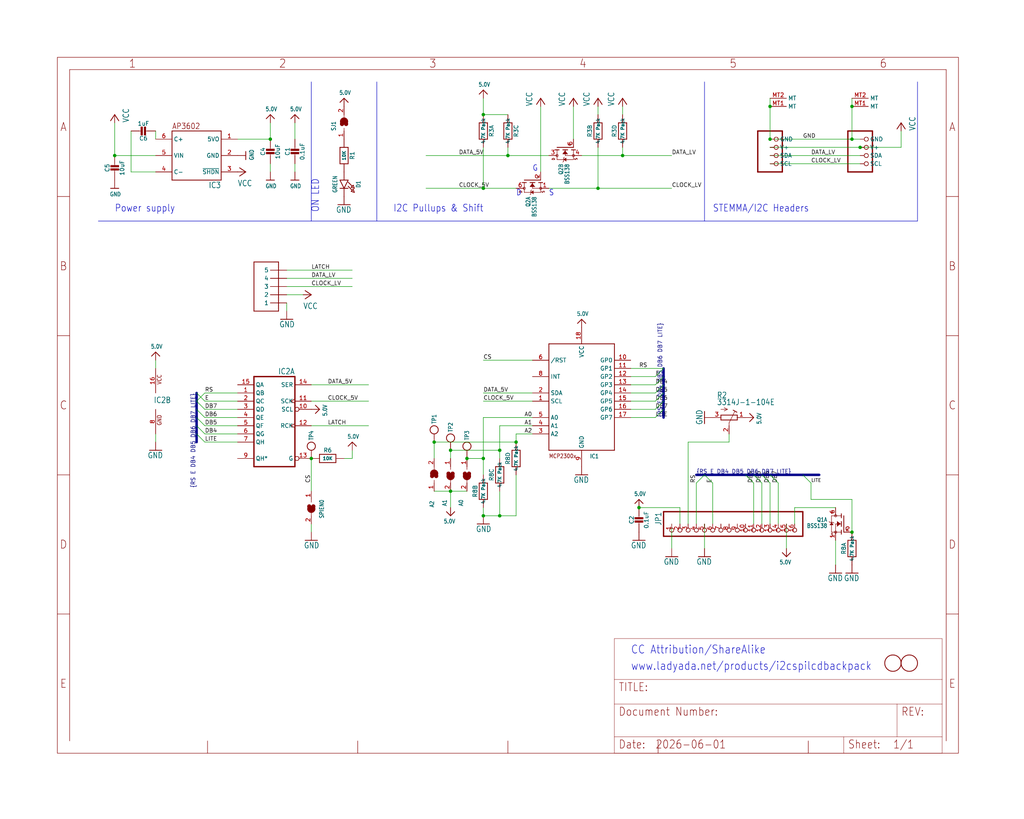
<source format=kicad_sch>
(kicad_sch (version 20230121) (generator eeschema)
  (paper "User" 317.5 254.127)
  (lib_symbols
    (symbol "working-eagle-import:1X5"
      (symbol "1X5_1_0"
        (pin passive line (at -7.62 5.08 0) (length 5.08) (name "1") (number "1"))
        (pin passive line (at -7.62 2.54 0) (length 5.08) (name "2") (number "2"))
        (pin passive line (at -7.62 0 0) (length 5.08) (name "3") (number "3"))
        (pin passive line (at -7.62 -2.54 0) (length 5.08) (name "4") (number "4"))
        (pin passive line (at -7.62 -5.08 0) (length 5.08) (name "5") (number "5"))
      )
    )
    (symbol "working-eagle-import:5.0V" (power)
      (property "Value" "5.0V" (at -1.524 1.016 0))
      (symbol "5.0V_1_0"
        (pin power_in line (at 0 -2.54 90) (length 2.54) (name "5.0V") (number "1"))
      )
    )
    (symbol "working-eagle-import:74595D"
      (property "Reference" "IC" (at -0.635 -0.635 0))
      (symbol "74595D_1_0"
        (pin tri_state line (at 12.7 7.62 180) (length 5.08) (name "QB") (number "1"))
        (pin input inverted (at -10.16 2.54 0) (length 5.08) (name "SCL") (number "10"))
        (pin input clock (at -10.16 5.08 0) (length 5.08) (name "SCK") (number "11"))
        (pin input clock (at -10.16 -2.54 0) (length 5.08) (name "RCK") (number "12"))
        (pin input inverted (at -10.16 -12.7 0) (length 5.08) (name "G") (number "13"))
        (pin input line (at -10.16 10.16 0) (length 5.08) (name "SER") (number "14"))
        (pin tri_state line (at 12.7 10.16 180) (length 5.08) (name "QA") (number "15"))
        (pin tri_state line (at 12.7 5.08 180) (length 5.08) (name "QC") (number "2"))
        (pin tri_state line (at 12.7 2.54 180) (length 5.08) (name "QD") (number "3"))
        (pin tri_state line (at 12.7 0 180) (length 5.08) (name "QE") (number "4"))
        (pin tri_state line (at 12.7 -2.54 180) (length 5.08) (name "QF") (number "5"))
        (pin tri_state line (at 12.7 -5.08 180) (length 5.08) (name "QG") (number "6"))
        (pin tri_state line (at 12.7 -7.62 180) (length 5.08) (name "QH") (number "7"))
        (pin tri_state line (at 12.7 -12.7 180) (length 5.08) (name "QH*") (number "9"))
      )
      (symbol "74595D_2_0"
        (text "GND" (at 1.905 -7.62 900) (effects (font (size 1.27 1.0795)) (justify left bottom)))
        (text "VCC" (at 1.905 5.08 900) (effects (font (size 1.27 1.0795)) (justify left bottom)))
        (pin power_in line (at 0 10.16 270) (length 7.62) (name "VCC") (number "16"))
        (pin power_in line (at 0 -10.16 90) (length 7.62) (name "GND") (number "8"))
      )
    )
    (symbol "working-eagle-import:AP3602"
      (property "Reference" "IC" (at -7.62 -10.16 0))
      (symbol "AP3602_1_0"
        (text "AP3602" (at 7.62 10.16 0) (effects (font (size 1.778 1.5113)) (justify right top)))
        (pin power_in line (at -12.7 5.08 0) (length 5.08) (name "5VO") (number "1"))
        (pin power_in line (at -12.7 0 0) (length 5.08) (name "GND") (number "2"))
        (pin input line (at -12.7 -5.08 0) (length 5.08) (name "~{SHDN}") (number "3"))
        (pin bidirectional line (at 12.7 -5.08 180) (length 5.08) (name "C-") (number "4"))
        (pin power_in line (at 12.7 0 180) (length 5.08) (name "VIN") (number "5"))
        (pin bidirectional line (at 12.7 5.08 180) (length 5.08) (name "C+") (number "6"))
      )
    )
    (symbol "working-eagle-import:CAP_CERAMIC0603_NO"
      (property "Reference" "C" (at -2.29 1.25 90))
      (symbol "CAP_CERAMIC0603_NO_1_0"
        (pin passive line (at 0 5.08 270) (length 2.54) (name "1") (number "1"))
        (pin passive line (at 0 -2.54 90) (length 2.54) (name "2") (number "2"))
      )
    )
    (symbol "working-eagle-import:CAP_CERAMIC0805-NOOUTLINE"
      (property "Reference" "C" (at -2.29 1.25 90))
      (symbol "CAP_CERAMIC0805-NOOUTLINE_1_0"
        (pin passive line (at 0 5.08 270) (length 2.54) (name "1") (number "1"))
        (pin passive line (at 0 -2.54 90) (length 2.54) (name "2") (number "2"))
      )
    )
    (symbol "working-eagle-import:FIDUCIAL")
    (symbol "working-eagle-import:FRAME_A_L"
      (symbol "FRAME_A_L_1_0"
        (text "1" (at 23.2833 213.995 0) (effects (font (size 2.54 2.286))))
        (text "2" (at 69.85 213.995 0) (effects (font (size 2.54 2.286))))
        (text "3" (at 116.4167 213.995 0) (effects (font (size 2.54 2.286))))
        (text "4" (at 162.9833 213.995 0) (effects (font (size 2.54 2.286))))
        (text "5" (at 209.55 213.995 0) (effects (font (size 2.54 2.286))))
        (text "6" (at 256.1167 213.995 0) (effects (font (size 2.54 2.286))))
        (text "A" (at 1.905 194.31 0) (effects (font (size 2.54 2.286))))
        (text "A" (at 277.495 194.31 0) (effects (font (size 2.54 2.286))))
        (text "B" (at 1.905 151.13 0) (effects (font (size 2.54 2.286))))
        (text "B" (at 277.495 151.13 0) (effects (font (size 2.54 2.286))))
        (text "C" (at 1.905 107.95 0) (effects (font (size 2.54 2.286))))
        (text "C" (at 277.495 107.95 0) (effects (font (size 2.54 2.286))))
        (text "D" (at 1.905 64.77 0) (effects (font (size 2.54 2.286))))
        (text "D" (at 277.495 64.77 0) (effects (font (size 2.54 2.286))))
        (text "E" (at 1.905 21.59 0) (effects (font (size 2.54 2.286))))
        (text "E" (at 277.495 21.59 0) (effects (font (size 2.54 2.286))))
      )
      (symbol "FRAME_A_L_2_0"
        (text "${#}/${##}" (at 86.36 1.27 0) (effects (font (size 2.54 2.159)) (justify left bottom)))
        (text "${CURRENT_DATE}" (at 12.7 1.27 0) (effects (font (size 2.54 2.159)) (justify left bottom)))
        (text "${PROJECTNAME}" (at 17.78 19.05 0) (effects (font (size 2.54 2.159)) (justify left bottom)))
        (text "Date:" (at 1.27 1.27 0) (effects (font (size 2.54 2.159)) (justify left bottom)))
        (text "Document Number:" (at 1.27 11.43 0) (effects (font (size 2.54 2.159)) (justify left bottom)))
        (text "REV:" (at 88.9 11.43 0) (effects (font (size 2.54 2.159)) (justify left bottom)))
        (text "Sheet:" (at 72.39 1.27 0) (effects (font (size 2.54 2.159)) (justify left bottom)))
        (text "TITLE:" (at 1.27 19.05 0) (effects (font (size 2.54 2.159)) (justify left bottom)))
      )
    )
    (symbol "working-eagle-import:GND" (power)
      (property "Value" "GND" (at -2.54 -2.54 0))
      (symbol "GND_1_0"
        (pin power_in line (at 0 2.54 270) (length 2.54) (name "GND") (number "1"))
      )
    )
    (symbol "working-eagle-import:LED0603_NOOUTLINE"
      (property "Reference" "D" (at -1.27 4.445 0))
      (symbol "LED0603_NOOUTLINE_1_0"
        (pin passive line (at -5.08 0 0) (length 2.54) (name "A") (number "A"))
        (pin passive line (at 2.54 0 180) (length 2.54) (name "C") (number "C"))
      )
    )
    (symbol "working-eagle-import:MCP23008/SO"
      (property "Reference" "IC" (at 2.54 -20.32 0))
      (symbol "MCP23008/SO_1_0"
        (text "MCP2300x" (at -10.16 -20.32 0) (effects (font (size 1.27 1.0795)) (justify left bottom)))
        (pin bidirectional line (at -15.24 -2.54 0) (length 5.08) (name "SCL") (number "1"))
        (pin bidirectional line (at 15.24 10.16 180) (length 5.08) (name "GP0") (number "10"))
        (pin bidirectional line (at 15.24 7.62 180) (length 5.08) (name "GP1") (number "11"))
        (pin bidirectional line (at 15.24 5.08 180) (length 5.08) (name "GP2") (number "12"))
        (pin bidirectional line (at 15.24 2.54 180) (length 5.08) (name "GP3") (number "13"))
        (pin bidirectional line (at 15.24 0 180) (length 5.08) (name "GP4") (number "14"))
        (pin bidirectional line (at 15.24 -2.54 180) (length 5.08) (name "GP5") (number "15"))
        (pin bidirectional line (at 15.24 -5.08 180) (length 5.08) (name "GP6") (number "16"))
        (pin bidirectional line (at 15.24 -7.62 180) (length 5.08) (name "GP7") (number "17"))
        (pin power_in line (at 0 20.32 270) (length 5.08) (name "VCC") (number "18"))
        (pin bidirectional line (at -15.24 0 0) (length 5.08) (name "SDA") (number "2"))
        (pin input line (at -15.24 -12.7 0) (length 5.08) (name "A2") (number "3"))
        (pin input line (at -15.24 -10.16 0) (length 5.08) (name "A1") (number "4"))
        (pin input line (at -15.24 -7.62 0) (length 5.08) (name "A0") (number "5"))
        (pin input line (at -15.24 10.16 0) (length 5.08) (name "/RST") (number "6"))
        (pin output line (at -15.24 5.08 0) (length 5.08) (name "INT") (number "8"))
        (pin power_in line (at 0 -22.86 90) (length 5.08) (name "GND") (number "9"))
      )
    )
    (symbol "working-eagle-import:MOSFET-N_DUAL"
      (property "Reference" "Q" (at 5.08 0.635 0))
      (symbol "MOSFET-N_DUAL_1_0"
        (text "D" (at 3.175 3.175 0) (effects (font (size 0.8128 0.6908)) (justify left bottom)))
        (text "G" (at -1.27 -1.905 0) (effects (font (size 0.8128 0.6908)) (justify left bottom)))
        (text "S" (at 3.175 -3.81 0) (effects (font (size 0.8128 0.6908)) (justify left bottom)))
        (pin bidirectional line (at 2.54 -5.08 90) (length 2.54) (name "S") (number "1"))
        (pin bidirectional line (at -2.54 -2.54 0) (length 2.54) (name "G") (number "2"))
        (pin bidirectional line (at 2.54 5.08 270) (length 2.54) (name "D") (number "6"))
      )
      (symbol "MOSFET-N_DUAL_2_0"
        (text "D" (at 3.175 3.175 0) (effects (font (size 0.8128 0.6908)) (justify left bottom)))
        (text "G" (at -1.27 -1.905 0) (effects (font (size 0.8128 0.6908)) (justify left bottom)))
        (text "S" (at 3.175 -3.81 0) (effects (font (size 0.8128 0.6908)) (justify left bottom)))
        (pin bidirectional line (at 2.54 5.08 270) (length 2.54) (name "D") (number "3"))
        (pin bidirectional line (at 2.54 -5.08 90) (length 2.54) (name "S") (number "4"))
        (pin bidirectional line (at -2.54 -2.54 0) (length 2.54) (name "G") (number "5"))
      )
    )
    (symbol "working-eagle-import:PINHD-1X16"
      (property "Reference" "JP" (at -6.35 20.955 0))
      (symbol "PINHD-1X16_1_0"
        (pin passive inverted (at -2.54 17.78 0) (length 2.54) (name "1") (number "1"))
        (pin passive inverted (at -2.54 -5.08 0) (length 2.54) (name "10") (number "10"))
        (pin passive inverted (at -2.54 -7.62 0) (length 2.54) (name "11") (number "11"))
        (pin passive inverted (at -2.54 -10.16 0) (length 2.54) (name "12") (number "12"))
        (pin passive inverted (at -2.54 -12.7 0) (length 2.54) (name "13") (number "13"))
        (pin passive inverted (at -2.54 -15.24 0) (length 2.54) (name "14") (number "14"))
        (pin passive inverted (at -2.54 -17.78 0) (length 2.54) (name "15") (number "15"))
        (pin passive inverted (at -2.54 -20.32 0) (length 2.54) (name "16") (number "16"))
        (pin passive inverted (at -2.54 15.24 0) (length 2.54) (name "2") (number "2"))
        (pin passive inverted (at -2.54 12.7 0) (length 2.54) (name "3") (number "3"))
        (pin passive inverted (at -2.54 10.16 0) (length 2.54) (name "4") (number "4"))
        (pin passive inverted (at -2.54 7.62 0) (length 2.54) (name "5") (number "5"))
        (pin passive inverted (at -2.54 5.08 0) (length 2.54) (name "6") (number "6"))
        (pin passive inverted (at -2.54 2.54 0) (length 2.54) (name "7") (number "7"))
        (pin passive inverted (at -2.54 0 0) (length 2.54) (name "8") (number "8"))
        (pin passive inverted (at -2.54 -2.54 0) (length 2.54) (name "9") (number "9"))
      )
    )
    (symbol "working-eagle-import:R-TRIMM3314J"
      (property "Reference" "R" (at -5.969 -3.81 90))
      (symbol "R-TRIMM3314J_1_0"
        (pin passive line (at 0 5.08 270) (length 2.54) (name "E") (number "1"))
        (pin passive line (at 5.08 0 180) (length 2.54) (name "S") (number "2"))
        (pin passive line (at 0 -5.08 90) (length 2.54) (name "A") (number "3"))
      )
    )
    (symbol "working-eagle-import:RESISTOR_0603_NOOUT"
      (property "Reference" "R" (at 0 2.54 0))
      (symbol "RESISTOR_0603_NOOUT_1_0"
        (pin passive line (at -5.08 0 0) (length 2.54) (name "1") (number "1"))
        (pin passive line (at 5.08 0 180) (length 2.54) (name "2") (number "2"))
      )
    )
    (symbol "working-eagle-import:RESISTOR_4PACK"
      (property "Reference" "R" (at 0 2.54 0))
      (symbol "RESISTOR_4PACK_1_0"
        (pin passive line (at -5.08 0 0) (length 2.54) (name "1") (number "1"))
        (pin passive line (at 5.08 0 180) (length 2.54) (name "2") (number "8"))
      )
      (symbol "RESISTOR_4PACK_2_0"
        (pin passive line (at -5.08 0 0) (length 2.54) (name "1") (number "2"))
        (pin passive line (at 5.08 0 180) (length 2.54) (name "2") (number "7"))
      )
      (symbol "RESISTOR_4PACK_3_0"
        (pin passive line (at -5.08 0 0) (length 2.54) (name "1") (number "3"))
        (pin passive line (at 5.08 0 180) (length 2.54) (name "2") (number "6"))
      )
      (symbol "RESISTOR_4PACK_4_0"
        (pin passive line (at -5.08 0 0) (length 2.54) (name "1") (number "4"))
        (pin passive line (at 5.08 0 180) (length 2.54) (name "2") (number "5"))
      )
    )
    (symbol "working-eagle-import:SOLDERJUMPER"
      (property "Reference" "SJ" (at -2.54 2.54 0))
      (symbol "SOLDERJUMPER_1_0"
        (pin passive line (at -5.08 0 0) (length 2.54) (name "1") (number "1"))
        (pin passive line (at 5.08 0 180) (length 2.54) (name "2") (number "2"))
      )
    )
    (symbol "working-eagle-import:SOLDERJUMPERCLOSED"
      (property "Reference" "SJ" (at -2.54 2.54 0))
      (symbol "SOLDERJUMPERCLOSED_1_0"
        (pin passive line (at -5.08 0 0) (length 2.54) (name "1") (number "1"))
        (pin passive line (at 5.08 0 180) (length 2.54) (name "2") (number "2"))
      )
    )
    (symbol "working-eagle-import:STEMMA_I2C_QT"
      (symbol "STEMMA_I2C_QT_1_0"
        (pin passive inverted (at 0 5.08 0) (length 2.54) (name "GND") (number "1"))
        (pin passive inverted (at 0 2.54 0) (length 2.54) (name "V+") (number "2"))
        (pin passive inverted (at 0 0 0) (length 2.54) (name "SDA") (number "3"))
        (pin passive inverted (at 0 -2.54 0) (length 2.54) (name "SCL") (number "4"))
      )
      (symbol "STEMMA_I2C_QT_2_0"
        (pin bidirectional line (at 0 0 0) (length 5.08) (name "MT") (number "MT1"))
      )
      (symbol "STEMMA_I2C_QT_3_0"
        (pin bidirectional line (at 0 0 0) (length 5.08) (name "MT") (number "MT2"))
      )
    )
    (symbol "working-eagle-import:TESTPOINTROUND1.5MM"
      (property "Reference" "TP" (at 0 5.588 90))
      (symbol "TESTPOINTROUND1.5MM_1_0"
        (pin bidirectional line (at 0 0 90) (length 2.54) (name "P$1") (number "P$1"))
      )
    )
    (symbol "working-eagle-import:VCC" (power)
      (property "Value" "VCC" (at -2.54 -2.54 90))
      (symbol "VCC_1_0"
        (pin power_in line (at 0 -2.54 90) (length 2.54) (name "VCC") (number "1"))
      )
    )
    (symbol "working-eagle-import:microbuilder_GND" (power)
      (property "Value" "microbuilder_GND" (at -1.524 -2.54 0))
      (symbol "microbuilder_GND_1_0"
        (pin power_in line (at 0 2.54 270) (length 2.54) (name "GND") (number "1"))
      )
    )
  )
  (junction (at 238.76 33.02))
  (junction (at 264.16 43.18))
  (junction (at 96.52 142.24))
  (junction (at 149.86 35.56))
  (junction (at 154.94 160.02))
  (junction (at 157.48 48.26))
  (junction (at 154.94 139.7))
  (junction (at 185.42 58.42))
  (junction (at 35.56 48.26))
  (junction (at 149.86 160.02))
  (junction (at 134.62 137.16))
  (junction (at 238.76 43.18))
  (junction (at 149.86 142.24))
  (junction (at 139.7 139.7))
  (junction (at 160.02 137.16))
  (junction (at 198.12 157.48))
  (junction (at 139.7 152.4))
  (junction (at 149.86 58.42))
  (junction (at 83.82 43.18))
  (junction (at 193.04 48.26))
  (junction (at 144.78 142.24))
  (junction (at 264.16 165.1))
  (junction (at 266.7 45.72))
  (junction (at 264.16 33.02))
  (bus_entry (at 63.5 132.08) (size -2.54 -2.54))
  (bus_entry (at 63.5 137.16) (size -2.54 -2.54))
  (bus_entry (at 203.2 121.92) (size 2.54 -2.54))
  (bus_entry (at 63.5 127) (size -2.54 -2.54))
  (bus_entry (at 63.5 129.54) (size -2.54 -2.54))
  (bus_entry (at 215.9 149.86) (size 2.54 -2.54))
  (bus_entry (at 241.3 149.86) (size -2.54 -2.54))
  (bus_entry (at 203.2 119.38) (size 2.54 -2.54))
  (bus_entry (at 236.22 149.86) (size -2.54 -2.54))
  (bus_entry (at 203.2 116.84) (size 2.54 -2.54))
  (bus_entry (at 63.5 134.62) (size -2.54 -2.54))
  (bus_entry (at 203.2 124.46) (size 2.54 -2.54))
  (bus_entry (at 63.5 124.46) (size -2.54 -2.54))
  (bus_entry (at 63.5 121.92) (size -2.54 2.54))
  (bus_entry (at 233.68 149.86) (size -2.54 -2.54))
  (bus_entry (at 251.46 149.86) (size -2.54 -2.54))
  (bus_entry (at 220.98 149.86) (size -2.54 -2.54))
  (bus_entry (at 203.2 127) (size 2.54 -2.54))
  (bus_entry (at 203.2 129.54) (size 2.54 -2.54))
  (bus_entry (at 238.76 149.86) (size -2.54 -2.54))
  (wire (pts (xy 149.86 30.48) (xy 149.86 35.56)) (stroke (width 0.1524)))
  (bus (pts (xy 205.74 119.38) (xy 205.74 116.84)) (stroke (width 0.762)))
  (wire (pts (xy 208.28 170.18) (xy 208.28 162.56)) (stroke (width 0.1524)))
  (polyline (pts (xy 218.44 25.4) (xy 218.44 68.58)) (stroke (width 0.1524) (type solid)))
  (wire (pts (xy 238.76 50.8) (xy 266.7 50.8)) (stroke (width 0.1524)))
  (wire (pts (xy 185.42 35.56) (xy 185.42 33.02)) (stroke (width 0.1524)))
  (wire (pts (xy 73.66 124.46) (xy 63.5 124.46)) (stroke (width 0.1524)))
  (bus (pts (xy 60.96 124.46) (xy 60.96 121.92)) (stroke (width 0.762)))
  (wire (pts (xy 185.42 45.72) (xy 185.42 58.42)) (stroke (width 0.1524)))
  (wire (pts (xy 149.86 147.32) (xy 149.86 142.24)) (stroke (width 0.1524)))
  (wire (pts (xy 96.52 124.46) (xy 114.3 124.46)) (stroke (width 0.1524)))
  (bus (pts (xy 238.76 147.32) (xy 248.92 147.32)) (stroke (width 0.762)))
  (polyline (pts (xy 116.84 25.4) (xy 116.84 68.58)) (stroke (width 0.1524) (type solid)))
  (wire (pts (xy 246.38 157.48) (xy 246.38 162.56)) (stroke (width 0.1524)))
  (wire (pts (xy 144.78 142.24) (xy 149.86 142.24)) (stroke (width 0.1524)))
  (wire (pts (xy 251.46 149.86) (xy 251.46 154.94)) (stroke (width 0.1524)))
  (bus (pts (xy 60.96 127) (xy 60.96 124.46)) (stroke (width 0.762)))
  (wire (pts (xy 160.02 147.32) (xy 160.02 160.02)) (stroke (width 0.1524)))
  (wire (pts (xy 264.16 154.94) (xy 264.16 165.1)) (stroke (width 0.1524)))
  (wire (pts (xy 180.34 48.26) (xy 193.04 48.26)) (stroke (width 0.1524)))
  (bus (pts (xy 215.9 147.32) (xy 218.44 147.32)) (stroke (width 0.762)))
  (wire (pts (xy 149.86 142.24) (xy 149.86 129.54)) (stroke (width 0.1524)))
  (bus (pts (xy 60.96 129.54) (xy 60.96 127)) (stroke (width 0.762)))
  (wire (pts (xy 195.58 129.54) (xy 203.2 129.54)) (stroke (width 0.1524)))
  (wire (pts (xy 96.52 119.38) (xy 114.3 119.38)) (stroke (width 0.1524)))
  (wire (pts (xy 88.9 88.9) (xy 109.22 88.9)) (stroke (width 0.1524)))
  (polyline (pts (xy 96.52 68.58) (xy 116.84 68.58)) (stroke (width 0.1524) (type solid)))
  (wire (pts (xy 213.36 162.56) (xy 213.36 137.16)) (stroke (width 0.1524)))
  (wire (pts (xy 236.22 162.56) (xy 236.22 149.86)) (stroke (width 0.1524)))
  (wire (pts (xy 48.26 43.18) (xy 48.26 40.64)) (stroke (width 0.1524)))
  (wire (pts (xy 264.16 30.48) (xy 264.16 33.02)) (stroke (width 0.1524)))
  (wire (pts (xy 96.52 142.24) (xy 96.52 152.4)) (stroke (width 0.1524)))
  (wire (pts (xy 154.94 152.4) (xy 154.94 160.02)) (stroke (width 0.1524)))
  (wire (pts (xy 96.52 132.08) (xy 114.3 132.08)) (stroke (width 0.1524)))
  (wire (pts (xy 149.86 157.48) (xy 149.86 160.02)) (stroke (width 0.1524)))
  (wire (pts (xy 238.76 30.48) (xy 238.76 33.02)) (stroke (width 0.1524)))
  (wire (pts (xy 213.36 137.16) (xy 226.06 137.16)) (stroke (width 0.1524)))
  (wire (pts (xy 91.44 38.1) (xy 91.44 43.18)) (stroke (width 0.1524)))
  (wire (pts (xy 149.86 45.72) (xy 149.86 58.42)) (stroke (width 0.1524)))
  (bus (pts (xy 205.74 116.84) (xy 205.74 114.3)) (stroke (width 0.762)))
  (wire (pts (xy 238.76 33.02) (xy 238.76 43.18)) (stroke (width 0.1524)))
  (wire (pts (xy 195.58 121.92) (xy 203.2 121.92)) (stroke (width 0.1524)))
  (wire (pts (xy 48.26 53.34) (xy 40.64 53.34)) (stroke (width 0.1524)))
  (bus (pts (xy 231.14 147.32) (xy 233.68 147.32)) (stroke (width 0.762)))
  (wire (pts (xy 149.86 111.76) (xy 165.1 111.76)) (stroke (width 0.1524)))
  (wire (pts (xy 154.94 139.7) (xy 139.7 139.7)) (stroke (width 0.1524)))
  (wire (pts (xy 149.86 35.56) (xy 157.48 35.56)) (stroke (width 0.1524)))
  (wire (pts (xy 195.58 119.38) (xy 203.2 119.38)) (stroke (width 0.1524)))
  (wire (pts (xy 266.7 45.72) (xy 279.4 45.72)) (stroke (width 0.1524)))
  (wire (pts (xy 195.58 114.3) (xy 205.74 114.3)) (stroke (width 0.1524)))
  (wire (pts (xy 193.04 45.72) (xy 193.04 48.26)) (stroke (width 0.1524)))
  (wire (pts (xy 251.46 154.94) (xy 264.16 154.94)) (stroke (width 0.1524)))
  (wire (pts (xy 170.18 58.42) (xy 185.42 58.42)) (stroke (width 0.1524)))
  (wire (pts (xy 88.9 96.52) (xy 88.9 93.98)) (stroke (width 0.1524)))
  (bus (pts (xy 236.22 147.32) (xy 238.76 147.32)) (stroke (width 0.762)))
  (wire (pts (xy 195.58 116.84) (xy 203.2 116.84)) (stroke (width 0.1524)))
  (wire (pts (xy 243.84 170.18) (xy 243.84 162.56)) (stroke (width 0.1524)))
  (wire (pts (xy 154.94 142.24) (xy 154.94 139.7)) (stroke (width 0.1524)))
  (wire (pts (xy 149.86 129.54) (xy 165.1 129.54)) (stroke (width 0.1524)))
  (wire (pts (xy 218.44 162.56) (xy 218.44 170.18)) (stroke (width 0.1524)))
  (bus (pts (xy 233.68 147.32) (xy 236.22 147.32)) (stroke (width 0.762)))
  (wire (pts (xy 160.02 58.42) (xy 149.86 58.42)) (stroke (width 0.1524)))
  (wire (pts (xy 91.44 50.8) (xy 91.44 53.34)) (stroke (width 0.1524)))
  (wire (pts (xy 83.82 43.18) (xy 83.82 38.1)) (stroke (width 0.1524)))
  (wire (pts (xy 144.78 152.4) (xy 139.7 152.4)) (stroke (width 0.1524)))
  (wire (pts (xy 157.48 45.72) (xy 157.48 48.26)) (stroke (width 0.1524)))
  (wire (pts (xy 177.8 43.18) (xy 177.8 33.02)) (stroke (width 0.1524)))
  (wire (pts (xy 266.7 48.26) (xy 238.76 48.26)) (stroke (width 0.1524)))
  (wire (pts (xy 241.3 162.56) (xy 241.3 149.86)) (stroke (width 0.1524)))
  (wire (pts (xy 160.02 134.62) (xy 165.1 134.62)) (stroke (width 0.1524)))
  (wire (pts (xy 96.52 165.1) (xy 96.52 162.56)) (stroke (width 0.1524)))
  (bus (pts (xy 60.96 134.62) (xy 60.96 132.08)) (stroke (width 0.762)))
  (bus (pts (xy 205.74 129.54) (xy 205.74 127)) (stroke (width 0.762)))
  (wire (pts (xy 83.82 50.8) (xy 83.82 53.34)) (stroke (width 0.1524)))
  (wire (pts (xy 63.5 127) (xy 73.66 127)) (stroke (width 0.1524)))
  (bus (pts (xy 60.96 132.08) (xy 60.96 129.54)) (stroke (width 0.762)))
  (bus (pts (xy 205.74 124.46) (xy 205.74 121.92)) (stroke (width 0.762)))
  (wire (pts (xy 259.08 157.48) (xy 246.38 157.48)) (stroke (width 0.1524)))
  (wire (pts (xy 48.26 48.26) (xy 35.56 48.26)) (stroke (width 0.1524)))
  (wire (pts (xy 193.04 48.26) (xy 208.28 48.26)) (stroke (width 0.1524)))
  (wire (pts (xy 160.02 137.16) (xy 160.02 134.62)) (stroke (width 0.1524)))
  (wire (pts (xy 63.5 129.54) (xy 73.66 129.54)) (stroke (width 0.1524)))
  (wire (pts (xy 40.64 53.34) (xy 40.64 40.64)) (stroke (width 0.1524)))
  (wire (pts (xy 88.9 86.36) (xy 109.22 86.36)) (stroke (width 0.1524)))
  (wire (pts (xy 264.16 33.02) (xy 264.16 43.18)) (stroke (width 0.1524)))
  (wire (pts (xy 63.5 134.62) (xy 73.66 134.62)) (stroke (width 0.1524)))
  (wire (pts (xy 149.86 58.42) (xy 132.08 58.42)) (stroke (width 0.1524)))
  (wire (pts (xy 154.94 139.7) (xy 154.94 132.08)) (stroke (width 0.1524)))
  (bus (pts (xy 60.96 137.16) (xy 60.96 134.62)) (stroke (width 0.762)))
  (polyline (pts (xy 96.52 25.4) (xy 96.52 68.58)) (stroke (width 0.1524) (type solid)))
  (wire (pts (xy 238.76 45.72) (xy 266.7 45.72)) (stroke (width 0.1524)))
  (wire (pts (xy 215.9 162.56) (xy 215.9 149.86)) (stroke (width 0.1524)))
  (wire (pts (xy 139.7 152.4) (xy 139.7 157.48)) (stroke (width 0.1524)))
  (wire (pts (xy 154.94 160.02) (xy 149.86 160.02)) (stroke (width 0.1524)))
  (polyline (pts (xy 116.84 68.58) (xy 218.44 68.58)) (stroke (width 0.1524) (type solid)))
  (wire (pts (xy 160.02 137.16) (xy 134.62 137.16)) (stroke (width 0.1524)))
  (bus (pts (xy 205.74 127) (xy 205.74 124.46)) (stroke (width 0.762)))
  (wire (pts (xy 266.7 43.18) (xy 264.16 43.18)) (stroke (width 0.1524)))
  (bus (pts (xy 248.92 147.32) (xy 254 147.32)) (stroke (width 0.762)))
  (polyline (pts (xy 218.44 68.58) (xy 284.48 68.58)) (stroke (width 0.1524) (type solid)))
  (wire (pts (xy 93.98 91.44) (xy 88.9 91.44)) (stroke (width 0.1524)))
  (wire (pts (xy 220.98 162.56) (xy 220.98 149.86)) (stroke (width 0.1524)))
  (wire (pts (xy 233.68 162.56) (xy 233.68 149.86)) (stroke (width 0.1524)))
  (wire (pts (xy 88.9 83.82) (xy 109.22 83.82)) (stroke (width 0.1524)))
  (wire (pts (xy 210.82 157.48) (xy 210.82 162.56)) (stroke (width 0.1524)))
  (wire (pts (xy 73.66 43.18) (xy 83.82 43.18)) (stroke (width 0.1524)))
  (wire (pts (xy 73.66 121.92) (xy 63.5 121.92)) (stroke (width 0.1524)))
  (bus (pts (xy 205.74 121.92) (xy 205.74 119.38)) (stroke (width 0.762)))
  (wire (pts (xy 193.04 35.56) (xy 193.04 33.02)) (stroke (width 0.1524)))
  (wire (pts (xy 167.64 53.34) (xy 167.64 33.02)) (stroke (width 0.1524)))
  (wire (pts (xy 226.06 137.16) (xy 226.06 134.62)) (stroke (width 0.1524)))
  (wire (pts (xy 165.1 121.92) (xy 149.86 121.92)) (stroke (width 0.1524)))
  (wire (pts (xy 134.62 152.4) (xy 139.7 152.4)) (stroke (width 0.1524)))
  (wire (pts (xy 198.12 157.48) (xy 210.82 157.48)) (stroke (width 0.1524)))
  (polyline (pts (xy 284.48 25.4) (xy 284.48 68.58)) (stroke (width 0.1524) (type solid)))
  (wire (pts (xy 259.08 175.26) (xy 259.08 167.64)) (stroke (width 0.1524)))
  (wire (pts (xy 109.22 142.24) (xy 109.22 139.7)) (stroke (width 0.1524)))
  (wire (pts (xy 157.48 48.26) (xy 132.08 48.26)) (stroke (width 0.1524)))
  (bus (pts (xy 218.44 147.32) (xy 231.14 147.32)) (stroke (width 0.762)))
  (wire (pts (xy 154.94 132.08) (xy 165.1 132.08)) (stroke (width 0.1524)))
  (wire (pts (xy 195.58 124.46) (xy 203.2 124.46)) (stroke (width 0.1524)))
  (wire (pts (xy 48.26 134.62) (xy 48.26 137.16)) (stroke (width 0.1524)))
  (wire (pts (xy 106.68 142.24) (xy 109.22 142.24)) (stroke (width 0.1524)))
  (wire (pts (xy 195.58 127) (xy 203.2 127)) (stroke (width 0.1524)))
  (wire (pts (xy 35.56 48.26) (xy 35.56 38.1)) (stroke (width 0.1524)))
  (wire (pts (xy 63.5 132.08) (xy 73.66 132.08)) (stroke (width 0.1524)))
  (wire (pts (xy 160.02 160.02) (xy 154.94 160.02)) (stroke (width 0.1524)))
  (wire (pts (xy 139.7 142.24) (xy 139.7 139.7)) (stroke (width 0.1524)))
  (wire (pts (xy 134.62 142.24) (xy 134.62 137.16)) (stroke (width 0.1524)))
  (wire (pts (xy 48.26 114.3) (xy 48.26 111.76)) (stroke (width 0.1524)))
  (polyline (pts (xy 30.48 68.58) (xy 96.52 68.58)) (stroke (width 0.1524) (type solid)))
  (wire (pts (xy 185.42 58.42) (xy 208.28 58.42)) (stroke (width 0.1524)))
  (wire (pts (xy 165.1 124.46) (xy 149.86 124.46)) (stroke (width 0.1524)))
  (wire (pts (xy 170.18 48.26) (xy 157.48 48.26)) (stroke (width 0.1524)))
  (wire (pts (xy 264.16 43.18) (xy 238.76 43.18)) (stroke (width 0.1524)))
  (wire (pts (xy 279.4 45.72) (xy 279.4 40.64)) (stroke (width 0.1524)))
  (wire (pts (xy 238.76 162.56) (xy 238.76 149.86)) (stroke (width 0.1524)))
  (wire (pts (xy 73.66 137.16) (xy 63.5 137.16)) (stroke (width 0.1524)))
  (text "STEMMA/I2C Headers" (at 220.98 66.04 0) (effects (font (size 2.1844 1.8567)) (justify left bottom)))
  (text "Power supply" (at 35.56 66.04 0) (effects (font (size 2.1844 1.8567)) (justify left bottom)))
  (text "CC Attribution/ShareAlike" (at 195.58 203.2 0) (effects (font (size 2.54 2.159)) (justify left bottom)))
  (text "I2C Pullups & Shift" (at 121.92 66.04 0) (effects (font (size 2.1844 1.8567)) (justify left bottom)))
  (text "S" (at 170.18 60.96 0) (effects (font (size 1.778 1.5113)) (justify left bottom)))
  (text "D" (at 160.02 60.96 0) (effects (font (size 1.778 1.5113)) (justify left bottom)))
  (text "www.ladyada.net/products/i2cspilcdbackpack" (at 195.58 208.28 0) (effects (font (size 2.54 2.159)) (justify left bottom)))
  (text "G" (at 165.1 53.34 0) (effects (font (size 1.778 1.5113)) (justify left bottom)))
  (text "ON LED" (at 99.06 66.04 90) (effects (font (size 2.1844 1.8567)) (justify left bottom)))
  (label "LATCH" (at 101.6 132.08 0) (effects (font (size 1.2446 1.2446))))
  (label "DATA_LV" (at 251.46 48.26 0) (effects (font (size 1.2446 1.2446))))
  (label "CLOCK_5V" (at 149.86 124.46 0) (effects (font (size 1.2446 1.2446))))
  (label "DATA_5V" (at 149.86 121.92 0) (effects (font (size 1.2446 1.2446))))
  (label "DATA_5V" (at 142.24 48.26 0) (effects (font (size 1.2446 1.2446))))
  (label "CS" (at 149.86 111.76 0) (effects (font (size 1.2446 1.2446))))
  (label "DB5" (at 203.2 121.92 0) (effects (font (size 1.2446 1.2446))))
  (label "DB6" (at 63.5 129.54 0) (effects (font (size 1.2446 1.2446))))
  (label "DATA_LV" (at 208.28 48.26 0) (effects (font (size 1.2446 1.2446))))
  (label "DB7" (at 203.2 127 0) (effects (font (size 1.2446 1.2446))))
  (label "LITE" (at 251.46 149.86 0) (effects (font (size 1.016 1.016))))
  (label "DATA_5V" (at 101.6 119.38 0) (effects (font (size 1.2446 1.2446))))
  (label "GND" (at 248.92 43.18 0) (effects (font (size 1.2446 1.2446))))
  (label "E" (at 203.2 116.84 0) (effects (font (size 1.2446 1.2446))))
  (label "DB7" (at 241.3 149.86 90) (effects (font (size 1.2446 1.2446))))
  (label "DB7" (at 63.5 127 0) (effects (font (size 1.2446 1.2446))))
  (label "DB6" (at 238.76 149.86 90) (effects (font (size 1.2446 1.2446))))
  (label "DB6" (at 203.2 124.46 0) (effects (font (size 1.2446 1.2446))))
  (label "CLOCK_5V" (at 101.6 124.46 0) (effects (font (size 1.2446 1.2446))))
  (label "CLOCK_LV" (at 96.52 88.9 0) (effects (font (size 1.2446 1.2446))))
  (label "LITE" (at 63.5 137.16 0) (effects (font (size 1.2446 1.2446))))
  (label "RS" (at 198.12 114.3 0) (effects (font (size 1.2446 1.2446))))
  (label "DB4" (at 233.68 149.86 90) (effects (font (size 1.2446 1.2446))))
  (label "E" (at 63.5 124.46 0) (effects (font (size 1.2446 1.2446))))
  (label "{RS E DB4 DB5 DB6 DB7 LITE}" (at 205.74 129.54 90) (effects (font (size 1.2446 1.2446))))
  (label "A1" (at 162.56 132.08 0) (effects (font (size 1.2446 1.2446))))
  (label "RS" (at 215.9 149.86 90) (effects (font (size 1.2446 1.2446))))
  (label "A2" (at 162.56 134.62 0) (effects (font (size 1.2446 1.2446))))
  (label "{RS E DB4 DB5 DB6 DB7 LITE}" (at 215.9 147.32 0) (effects (font (size 1.2446 1.2446))))
  (label "LATCH" (at 96.52 83.82 0) (effects (font (size 1.2446 1.2446))))
  (label "CLOCK_5V" (at 142.24 58.42 0) (effects (font (size 1.2446 1.2446))))
  (label "DATA_LV" (at 96.52 86.36 0) (effects (font (size 1.2446 1.2446))))
  (label "DB5" (at 63.5 132.08 0) (effects (font (size 1.2446 1.2446))))
  (label "DB5" (at 236.22 149.86 90) (effects (font (size 1.2446 1.2446))))
  (label "LITE" (at 203.2 129.54 0) (effects (font (size 1.2446 1.2446))))
  (label "DB4" (at 63.5 134.62 0) (effects (font (size 1.2446 1.2446))))
  (label "DB4" (at 203.2 119.38 0) (effects (font (size 1.2446 1.2446))))
  (label "{RS E DB4 DB5 DB6 DB7 LITE}" (at 60.96 121.92 270) (effects (font (size 1.2446 1.2446))))
  (label "A0" (at 162.56 129.54 0) (effects (font (size 1.2446 1.2446))))
  (label "E" (at 220.98 149.86 90) (effects (font (size 1.2446 1.2446))))
  (label "CLOCK_LV" (at 251.46 50.8 0) (effects (font (size 1.2446 1.2446))))
  (label "CS" (at 96.52 149.86 90) (effects (font (size 1.2446 1.2446))))
  (label "CLOCK_LV" (at 208.28 58.42 0) (effects (font (size 1.2446 1.2446))))
  (label "RS" (at 63.5 121.92 0) (effects (font (size 1.2446 1.2446))))
  (symbol (lib_id "working-eagle-import:GND") (at 48.26 139.7 0) (unit 1)
    (property "Reference" "#GND3" (effects hide))
    (property "Value" "GND" (at 45.72 142.24 0) (effects (font (size 1.778 1.5113)) (justify left bottom)))
  )
  (symbol (lib_id "working-eagle-import:TESTPOINTROUND1.5MM") (at 134.62 137.16 0) (unit 1)
    (property "Reference" "TP1" (at 134.62 131.572 90) (effects (font (size 1.27 1.0795)) (justify left)))
    (property "Value" "TESTPOINTROUND1.5MM" (effects hide))
    (property "Footprint" "working:TESTPOINT_ROUND_1.5MM" (effects hide))
  )
  (symbol (lib_id "working-eagle-import:5.0V") (at 48.26 109.22 0) (unit 1)
    (property "Reference" "#U$10" (effects hide))
    (property "Value" "5.0V" (at 46.736 108.204 0) (effects (font (size 1.27 1.0795)) (justify left bottom)))
  )
  (symbol (lib_id "working-eagle-import:SOLDERJUMPER") (at 144.78 147.32 270) (unit 1)
    (property "Reference" "A0" (at 142.24 154.94 0) (effects (font (size 1.27 1.0795)) (justify left bottom)))
    (property "Value" "SOLDERJUMPER" (effects hide))
    (property "Footprint" "working:SOLDERJUMPER_ARROW_NOPASTE" (effects hide))
  )
  (symbol (lib_id "working-eagle-import:VCC") (at 96.52 91.44 270) (mirror x) (unit 1)
    (property "Reference" "#P+9" (effects hide))
    (property "Value" "VCC" (at 93.98 93.98 90) (effects (font (size 1.778 1.5113)) (justify left bottom)))
  )
  (symbol (lib_id "working-eagle-import:VCC") (at 167.64 30.48 0) (unit 1)
    (property "Reference" "#P+7" (effects hide))
    (property "Value" "VCC" (at 165.1 33.02 90) (effects (font (size 1.778 1.5113)) (justify left bottom)))
  )
  (symbol (lib_id "working-eagle-import:SOLDERJUMPER") (at 139.7 147.32 270) (unit 1)
    (property "Reference" "A1" (at 137.16 154.94 0) (effects (font (size 1.27 1.0795)) (justify left bottom)))
    (property "Value" "SOLDERJUMPER" (effects hide))
    (property "Footprint" "working:SOLDERJUMPER_ARROW_NOPASTE" (effects hide))
  )
  (symbol (lib_id "working-eagle-import:STEMMA_I2C_QT") (at 238.76 48.26 0) (unit 1)
    (property "Reference" "CONN3" (effects hide))
    (property "Value" "STEMMA_I2C_QT" (effects hide))
    (property "Footprint" "working:JST_SH4" (effects hide))
  )
  (symbol (lib_id "working-eagle-import:MCP23008/SO") (at 180.34 121.92 0) (unit 1)
    (property "Reference" "IC1" (at 182.88 142.24 0) (effects (font (size 1.27 1.0795)) (justify left bottom)))
    (property "Value" "MCP23008/SO" (effects hide))
    (property "Footprint" "working:SO18W" (effects hide))
  )
  (symbol (lib_id "working-eagle-import:SOLDERJUMPERCLOSED") (at 106.68 38.1 90) (unit 1)
    (property "Reference" "SJ1" (at 104.14 40.64 0) (effects (font (size 1.27 1.0795)) (justify left bottom)))
    (property "Value" "SOLDERJUMPERCLOSED" (effects hide))
    (property "Footprint" "working:SOLDERJUMPER_CLOSEDWIRE" (effects hide))
  )
  (symbol (lib_id "working-eagle-import:RESISTOR_4PACK") (at 149.86 152.4 90) (unit 2)
    (property "Reference" "R8" (at 147.32 152.4 0))
    (property "Value" "4.7K Pack" (at 149.86 152.4 0) (effects (font (size 1.016 1.016) bold)))
    (property "Footprint" "working:RESPACK_4X0603" (effects hide))
  )
  (symbol (lib_id "working-eagle-import:GND") (at 180.34 147.32 0) (unit 1)
    (property "Reference" "#GND2" (effects hide))
    (property "Value" "GND" (at 177.8 149.86 0) (effects (font (size 1.778 1.5113)) (justify left bottom)))
  )
  (symbol (lib_id "working-eagle-import:STEMMA_I2C_QT") (at 264.16 33.02 0) (unit 2)
    (property "Reference" "CONN4" (effects hide))
    (property "Value" "STEMMA_I2C_QT" (effects hide))
    (property "Footprint" "working:JST_SH4" (effects hide))
  )
  (symbol (lib_id "working-eagle-import:MOSFET-N_DUAL") (at 165.1 55.88 90) (mirror x) (unit 1)
    (property "Reference" "Q2" (at 164.465 60.96 0) (effects (font (size 1.27 1.0795)) (justify left bottom)))
    (property "Value" "BSS138" (at 166.37 60.96 0) (effects (font (size 1.27 1.0795)) (justify left bottom)))
    (property "Footprint" "working:SOT363" (effects hide))
  )
  (symbol (lib_id "working-eagle-import:5.0V") (at 83.82 35.56 0) (unit 1)
    (property "Reference" "#U$18" (effects hide))
    (property "Value" "5.0V" (at 82.296 34.544 0) (effects (font (size 1.27 1.0795)) (justify left bottom)))
  )
  (symbol (lib_id "working-eagle-import:5.0V") (at 109.22 137.16 0) (unit 1)
    (property "Reference" "#U$3" (effects hide))
    (property "Value" "5.0V" (at 107.696 136.144 0) (effects (font (size 1.27 1.0795)) (justify left bottom)))
  )
  (symbol (lib_id "working-eagle-import:SOLDERJUMPER") (at 96.52 157.48 270) (unit 1)
    (property "Reference" "SPIEN0" (at 99.06 154.94 0) (effects (font (size 1.27 1.0795)) (justify left bottom)))
    (property "Value" "SOLDERJUMPER" (effects hide))
    (property "Footprint" "working:SOLDERJUMPER_ARROW_NOPASTE" (effects hide))
  )
  (symbol (lib_id "working-eagle-import:VCC") (at 76.2 53.34 270) (mirror x) (unit 1)
    (property "Reference" "#P+3" (effects hide))
    (property "Value" "VCC" (at 73.66 55.88 90) (effects (font (size 1.778 1.5113)) (justify left bottom)))
  )
  (symbol (lib_id "working-eagle-import:5.0V") (at 243.84 172.72 180) (unit 1)
    (property "Reference" "#U$13" (effects hide))
    (property "Value" "5.0V" (at 245.364 173.736 0) (effects (font (size 1.27 1.0795)) (justify left bottom)))
  )
  (symbol (lib_id "working-eagle-import:VCC") (at 185.42 30.48 0) (unit 1)
    (property "Reference" "#P+1" (effects hide))
    (property "Value" "VCC" (at 182.88 33.02 90) (effects (font (size 1.778 1.5113)) (justify left bottom)))
  )
  (symbol (lib_id "working-eagle-import:RESISTOR_4PACK") (at 185.42 40.64 90) (mirror x) (unit 2)
    (property "Reference" "R3" (at 182.88 40.64 0))
    (property "Value" "4.7K Pack" (at 185.42 40.64 0) (effects (font (size 1.016 1.016) bold)))
    (property "Footprint" "working:RESPACK_4X0603" (effects hide))
  )
  (symbol (lib_id "working-eagle-import:AP3602") (at 60.96 48.26 0) (mirror y) (unit 1)
    (property "Reference" "IC3" (at 68.58 58.42 0) (effects (font (size 1.778 1.5113)) (justify left bottom)))
    (property "Value" "AP3602" (effects hide))
    (property "Footprint" "working:SOT23-6" (effects hide))
  )
  (symbol (lib_id "working-eagle-import:5.0V") (at 91.44 35.56 0) (unit 1)
    (property "Reference" "#U$19" (effects hide))
    (property "Value" "5.0V" (at 89.916 34.544 0) (effects (font (size 1.27 1.0795)) (justify left bottom)))
  )
  (symbol (lib_id "working-eagle-import:CAP_CERAMIC0603_NO") (at 91.44 48.26 0) (unit 1)
    (property "Reference" "C1" (at 89.15 47.01 90))
    (property "Value" "0.1uF" (at 93.74 47.01 90))
    (property "Footprint" "working:0603-NO" (effects hide))
  )
  (symbol (lib_id "working-eagle-import:CAP_CERAMIC0805-NOOUTLINE") (at 83.82 48.26 0) (unit 1)
    (property "Reference" "C4" (at 81.53 47.01 90))
    (property "Value" "10uF" (at 86.12 47.01 90))
    (property "Footprint" "working:0805-NO" (effects hide))
  )
  (symbol (lib_id "working-eagle-import:RESISTOR_4PACK") (at 160.02 142.24 90) (unit 4)
    (property "Reference" "R8" (at 157.48 142.24 0))
    (property "Value" "4.7K Pack" (at 160.02 142.24 0) (effects (font (size 1.016 1.016) bold)))
    (property "Footprint" "working:RESPACK_4X0603" (effects hide))
  )
  (symbol (lib_id "working-eagle-import:microbuilder_GND") (at 35.56 58.42 0) (unit 1)
    (property "Reference" "#U$17" (effects hide))
    (property "Value" "GND" (at 34.036 60.96 0) (effects (font (size 1.27 1.0795)) (justify left bottom)))
  )
  (symbol (lib_id "working-eagle-import:GND") (at 88.9 99.06 0) (mirror y) (unit 1)
    (property "Reference" "#GND6" (effects hide))
    (property "Value" "GND" (at 91.44 101.6 0) (effects (font (size 1.778 1.5113)) (justify left bottom)))
  )
  (symbol (lib_id "working-eagle-import:RESISTOR_4PACK") (at 157.48 40.64 270) (unit 3)
    (property "Reference" "R3" (at 160.02 40.64 0))
    (property "Value" "4.7K Pack" (at 157.48 40.64 0) (effects (font (size 1.016 1.016) bold)))
    (property "Footprint" "working:RESPACK_4X0603" (effects hide))
  )
  (symbol (lib_id "working-eagle-import:FIDUCIAL") (at 276.86 205.74 0) (unit 1)
    (property "Reference" "U$1" (effects hide))
    (property "Value" "FIDUCIAL" (effects hide))
    (property "Footprint" "working:FIDUCIAL_1MM" (effects hide))
  )
  (symbol (lib_id "working-eagle-import:CAP_CERAMIC0603_NO") (at 198.12 162.56 0) (unit 1)
    (property "Reference" "C2" (at 195.83 161.31 90))
    (property "Value" "0.1uF" (at 200.42 161.31 90))
    (property "Footprint" "working:0603-NO" (effects hide))
  )
  (symbol (lib_id "working-eagle-import:STEMMA_I2C_QT") (at 238.76 30.48 0) (unit 3)
    (property "Reference" "CONN3" (effects hide))
    (property "Value" "STEMMA_I2C_QT" (effects hide))
    (property "Footprint" "working:JST_SH4" (effects hide))
  )
  (symbol (lib_id "working-eagle-import:RESISTOR_0603_NOOUT") (at 101.6 142.24 0) (mirror y) (unit 1)
    (property "Reference" "R6" (at 101.6 139.7 0))
    (property "Value" "10K" (at 101.6 142.24 0) (effects (font (size 1.016 1.016) bold)))
    (property "Footprint" "working:0603-NO" (effects hide))
  )
  (symbol (lib_id "working-eagle-import:74595D") (at 86.36 129.54 0) (mirror y) (unit 1)
    (property "Reference" "IC2" (at 91.44 116.205 0) (effects (font (size 1.778 1.5113)) (justify left bottom)))
    (property "Value" "74595D" (effects hide))
    (property "Footprint" "working:SO16" (effects hide))
  )
  (symbol (lib_id "working-eagle-import:VCC") (at 193.04 30.48 0) (unit 1)
    (property "Reference" "#P+2" (effects hide))
    (property "Value" "VCC" (at 190.5 33.02 90) (effects (font (size 1.778 1.5113)) (justify left bottom)))
  )
  (symbol (lib_id "working-eagle-import:GND") (at 106.68 63.5 0) (unit 1)
    (property "Reference" "#GND12" (effects hide))
    (property "Value" "GND" (at 104.14 66.04 0) (effects (font (size 1.778 1.5113)) (justify left bottom)))
  )
  (symbol (lib_id "working-eagle-import:CAP_CERAMIC0805-NOOUTLINE") (at 45.72 40.64 90) (unit 1)
    (property "Reference" "C6" (at 44.47 42.93 90))
    (property "Value" "1uF" (at 44.47 38.34 90))
    (property "Footprint" "working:0805-NO" (effects hide))
  )
  (symbol (lib_id "working-eagle-import:microbuilder_GND") (at 76.2 48.26 90) (unit 1)
    (property "Reference" "#U$20" (effects hide))
    (property "Value" "GND" (at 78.74 49.784 0) (effects (font (size 1.27 1.0795)) (justify left bottom)))
  )
  (symbol (lib_id "working-eagle-import:FIDUCIAL") (at 281.94 205.74 0) (unit 1)
    (property "Reference" "U$2" (effects hide))
    (property "Value" "FIDUCIAL" (effects hide))
    (property "Footprint" "working:FIDUCIAL_1MM" (effects hide))
  )
  (symbol (lib_id "working-eagle-import:MOSFET-N_DUAL") (at 261.62 162.56 0) (mirror y) (unit 1)
    (property "Reference" "Q1" (at 256.54 161.925 0) (effects (font (size 1.27 1.0795)) (justify left bottom)))
    (property "Value" "BSS138" (at 256.54 163.83 0) (effects (font (size 1.27 1.0795)) (justify left bottom)))
    (property "Footprint" "working:SOT363" (effects hide))
  )
  (symbol (lib_id "working-eagle-import:74595D") (at 48.26 124.46 0) (unit 2)
    (property "Reference" "IC2" (at 47.625 125.095 0) (effects (font (size 1.778 1.5113)) (justify left bottom)))
    (property "Value" "74595D" (effects hide))
    (property "Footprint" "working:SO16" (effects hide))
  )
  (symbol (lib_id "working-eagle-import:RESISTOR_0603_NOOUT") (at 106.68 48.26 270) (unit 1)
    (property "Reference" "R1" (at 109.22 48.26 0))
    (property "Value" "10K" (at 106.68 48.26 0) (effects (font (size 1.016 1.016) bold)))
    (property "Footprint" "working:0603-NO" (effects hide))
  )
  (symbol (lib_id "working-eagle-import:VCC") (at 177.8 30.48 0) (unit 1)
    (property "Reference" "#P+8" (effects hide))
    (property "Value" "VCC" (at 175.26 33.02 90) (effects (font (size 1.778 1.5113)) (justify left bottom)))
  )
  (symbol (lib_id "working-eagle-import:STEMMA_I2C_QT") (at 264.16 30.48 0) (unit 3)
    (property "Reference" "CONN4" (effects hide))
    (property "Value" "STEMMA_I2C_QT" (effects hide))
    (property "Footprint" "working:JST_SH4" (effects hide))
  )
  (symbol (lib_id "working-eagle-import:CAP_CERAMIC0805-NOOUTLINE") (at 35.56 53.34 0) (unit 1)
    (property "Reference" "C5" (at 33.27 52.09 90))
    (property "Value" "10uF" (at 37.86 52.09 90))
    (property "Footprint" "working:0805-NO" (effects hide))
  )
  (symbol (lib_id "working-eagle-import:GND") (at 259.08 177.8 0) (unit 1)
    (property "Reference" "#GND8" (effects hide))
    (property "Value" "GND" (at 256.54 180.34 0) (effects (font (size 1.778 1.5113)) (justify left bottom)))
  )
  (symbol (lib_id "working-eagle-import:GND") (at 96.52 167.64 0) (mirror y) (unit 1)
    (property "Reference" "#GND7" (effects hide))
    (property "Value" "GND" (at 99.06 170.18 0) (effects (font (size 1.778 1.5113)) (justify left bottom)))
  )
  (symbol (lib_id "working-eagle-import:RESISTOR_4PACK") (at 154.94 147.32 90) (unit 3)
    (property "Reference" "R8" (at 152.4 147.32 0))
    (property "Value" "4.7K Pack" (at 154.94 147.32 0) (effects (font (size 1.016 1.016) bold)))
    (property "Footprint" "working:RESPACK_4X0603" (effects hide))
  )
  (symbol (lib_id "working-eagle-import:TESTPOINTROUND1.5MM") (at 139.7 139.7 0) (unit 1)
    (property "Reference" "TP2" (at 139.7 134.112 90) (effects (font (size 1.27 1.0795)) (justify left)))
    (property "Value" "TESTPOINTROUND1.5MM" (effects hide))
    (property "Footprint" "working:TESTPOINT_ROUND_1.5MM" (effects hide))
  )
  (symbol (lib_id "working-eagle-import:PINHD-1X16") (at 226.06 165.1 90) (mirror x) (unit 1)
    (property "Reference" "JP1" (at 205.105 158.75 0) (effects (font (size 1.778 1.5113)) (justify left bottom)))
    (property "Value" "PINHD-1X16" (effects hide))
    (property "Footprint" "working:1X16" (effects hide))
  )
  (symbol (lib_id "working-eagle-import:VCC") (at 35.56 35.56 0) (mirror y) (unit 1)
    (property "Reference" "#P+6" (effects hide))
    (property "Value" "VCC" (at 38.1 38.1 90) (effects (font (size 1.778 1.5113)) (justify left bottom)))
  )
  (symbol (lib_id "working-eagle-import:FRAME_A_L") (at 17.78 233.68 0) (unit 1)
    (property "Reference" "#FRAME1" (effects hide))
    (property "Value" "FRAME_A_L" (effects hide))
  )
  (symbol (lib_id "working-eagle-import:microbuilder_GND") (at 83.82 55.88 0) (unit 1)
    (property "Reference" "#U$16" (effects hide))
    (property "Value" "GND" (at 82.296 58.42 0) (effects (font (size 1.27 1.0795)) (justify left bottom)))
  )
  (symbol (lib_id "working-eagle-import:5.0V") (at 198.12 154.94 0) (unit 1)
    (property "Reference" "#U$8" (effects hide))
    (property "Value" "5.0V" (at 196.596 153.924 0) (effects (font (size 1.27 1.0795)) (justify left bottom)))
  )
  (symbol (lib_id "working-eagle-import:GND") (at 149.86 162.56 0) (mirror y) (unit 1)
    (property "Reference" "#GND10" (effects hide))
    (property "Value" "GND" (at 152.4 165.1 0) (effects (font (size 1.778 1.5113)) (justify left bottom)))
  )
  (symbol (lib_id "working-eagle-import:GND") (at 218.44 129.54 270) (unit 1)
    (property "Reference" "#GND13" (effects hide))
    (property "Value" "GND" (at 215.9 127 0) (effects (font (size 1.778 1.5113)) (justify left bottom)))
  )
  (symbol (lib_id "working-eagle-import:MOSFET-N_DUAL") (at 175.26 45.72 90) (mirror x) (unit 2)
    (property "Reference" "Q2" (at 174.625 50.8 0) (effects (font (size 1.27 1.0795)) (justify left bottom)))
    (property "Value" "BSS138" (at 176.53 50.8 0) (effects (font (size 1.27 1.0795)) (justify left bottom)))
    (property "Footprint" "working:SOT363" (effects hide))
  )
  (symbol (lib_id "working-eagle-import:1X5") (at 81.28 88.9 180) (unit 1)
    (property "Reference" "J1" (effects hide))
    (property "Value" "1X5" (effects hide))
    (property "Footprint" "working:1X05-3.5MM" (effects hide))
  )
  (symbol (lib_id "working-eagle-import:5.0V") (at 180.34 99.06 0) (unit 1)
    (property "Reference" "#U$9" (effects hide))
    (property "Value" "5.0V" (at 178.816 98.044 0) (effects (font (size 1.27 1.0795)) (justify left bottom)))
  )
  (symbol (lib_id "working-eagle-import:STEMMA_I2C_QT") (at 238.76 33.02 0) (unit 2)
    (property "Reference" "CONN3" (effects hide))
    (property "Value" "STEMMA_I2C_QT" (effects hide))
    (property "Footprint" "working:JST_SH4" (effects hide))
  )
  (symbol (lib_id "working-eagle-import:STEMMA_I2C_QT") (at 266.7 48.26 0) (unit 1)
    (property "Reference" "CONN4" (effects hide))
    (property "Value" "STEMMA_I2C_QT" (effects hide))
    (property "Footprint" "working:JST_SH4" (effects hide))
  )
  (symbol (lib_id "working-eagle-import:5.0V") (at 149.86 27.94 0) (unit 1)
    (property "Reference" "#U$22" (effects hide))
    (property "Value" "5.0V" (at 148.336 26.924 0) (effects (font (size 1.27 1.0795)) (justify left bottom)))
  )
  (symbol (lib_id "working-eagle-import:TESTPOINTROUND1.5MM") (at 144.78 142.24 0) (unit 1)
    (property "Reference" "TP3" (at 144.78 136.652 90) (effects (font (size 1.27 1.0795)) (justify left)))
    (property "Value" "TESTPOINTROUND1.5MM" (effects hide))
    (property "Footprint" "working:TESTPOINT_ROUND_1.5MM" (effects hide))
  )
  (symbol (lib_id "working-eagle-import:TESTPOINTROUND1.5MM") (at 96.52 142.24 0) (unit 1)
    (property "Reference" "TP4" (at 96.52 136.652 90) (effects (font (size 1.27 1.0795)) (justify left)))
    (property "Value" "TESTPOINTROUND1.5MM" (effects hide))
    (property "Footprint" "working:TESTPOINT_ROUND_1.5MM" (effects hide))
  )
  (symbol (lib_id "working-eagle-import:LED0603_NOOUTLINE") (at 106.68 58.42 270) (unit 1)
    (property "Reference" "D1" (at 111.125 57.15 0) (effects (font (size 1.27 1.0795))))
    (property "Value" "GREEN" (at 103.886 57.15 0) (effects (font (size 1.27 1.0795))))
    (property "Footprint" "working:CHIPLED_0603_NOOUTLINE" (effects hide))
  )
  (symbol (lib_id "working-eagle-import:5.0V") (at 106.68 30.48 0) (unit 1)
    (property "Reference" "#U$21" (effects hide))
    (property "Value" "5.0V" (at 105.156 29.464 0) (effects (font (size 1.27 1.0795)) (justify left bottom)))
  )
  (symbol (lib_id "working-eagle-import:RESISTOR_4PACK") (at 149.86 40.64 270) (unit 1)
    (property "Reference" "R3" (at 152.4 40.64 0))
    (property "Value" "4.7K Pack" (at 149.86 40.64 0) (effects (font (size 1.016 1.016) bold)))
    (property "Footprint" "working:RESPACK_4X0603" (effects hide))
  )
  (symbol (lib_id "working-eagle-import:microbuilder_GND") (at 91.44 55.88 0) (unit 1)
    (property "Reference" "#U$14" (effects hide))
    (property "Value" "GND" (at 89.916 58.42 0) (effects (font (size 1.27 1.0795)) (justify left bottom)))
  )
  (symbol (lib_id "working-eagle-import:SOLDERJUMPER") (at 134.62 147.32 90) (unit 1)
    (property "Reference" "A2" (at 134.62 157.48 0) (effects (font (size 1.27 1.0795)) (justify left bottom)))
    (property "Value" "SOLDERJUMPER" (effects hide))
    (property "Footprint" "working:SOLDERJUMPER_ARROW_NOPASTE" (effects hide))
  )
  (symbol (lib_id "working-eagle-import:R-TRIMM3314J") (at 226.06 129.54 270) (unit 1)
    (property "Reference" "R2" (at 222.25 123.571 90) (effects (font (size 1.778 1.5113)) (justify left bottom)))
    (property "Value" "3314J-1-104E" (at 222.25 125.73 90) (effects (font (size 1.778 1.5113)) (justify left bottom)))
    (property "Footprint" "working:RTRIM3314J" (effects hide))
  )
  (symbol (lib_id "working-eagle-import:RESISTOR_4PACK") (at 264.16 170.18 90) (unit 1)
    (property "Reference" "R8" (at 261.62 170.18 0))
    (property "Value" "4.7K Pack" (at 264.16 170.18 0) (effects (font (size 1.016 1.016) bold)))
    (property "Footprint" "working:RESPACK_4X0603" (effects hide))
  )
  (symbol (lib_id "working-eagle-import:5.0V") (at 99.06 127 270) (unit 1)
    (property "Reference" "#U$15" (effects hide))
    (property "Value" "5.0V" (at 100.076 125.476 0) (effects (font (size 1.27 1.0795)) (justify left bottom)))
  )
  (symbol (lib_id "working-eagle-import:GND") (at 208.28 172.72 0) (unit 1)
    (property "Reference" "#GND4" (effects hide))
    (property "Value" "GND" (at 205.74 175.26 0) (effects (font (size 1.778 1.5113)) (justify left bottom)))
  )
  (symbol (lib_id "working-eagle-import:5.0V") (at 139.7 160.02 180) (unit 1)
    (property "Reference" "#U$5" (effects hide))
    (property "Value" "5.0V" (at 141.224 161.036 0) (effects (font (size 1.27 1.0795)) (justify left bottom)))
  )
  (symbol (lib_id "working-eagle-import:RESISTOR_4PACK") (at 193.04 40.64 90) (mirror x) (unit 4)
    (property "Reference" "R3" (at 190.5 40.64 0))
    (property "Value" "4.7K Pack" (at 193.04 40.64 0) (effects (font (size 1.016 1.016) bold)))
    (property "Footprint" "working:RESPACK_4X0603" (effects hide))
  )
  (symbol (lib_id "working-eagle-import:GND") (at 264.16 177.8 0) (unit 1)
    (property "Reference" "#GND11" (effects hide))
    (property "Value" "GND" (at 261.62 180.34 0) (effects (font (size 1.778 1.5113)) (justify left bottom)))
  )
  (symbol (lib_id "working-eagle-import:GND") (at 198.12 167.64 0) (unit 1)
    (property "Reference" "#GND9" (effects hide))
    (property "Value" "GND" (at 195.58 170.18 0) (effects (font (size 1.778 1.5113)) (justify left bottom)))
  )
  (symbol (lib_id "working-eagle-import:GND") (at 218.44 172.72 0) (unit 1)
    (property "Reference" "#GND5" (effects hide))
    (property "Value" "GND" (at 215.9 175.26 0) (effects (font (size 1.778 1.5113)) (justify left bottom)))
  )
  (symbol (lib_id "working-eagle-import:FRAME_A_L") (at 190.5 233.68 0) (unit 2)
    (property "Reference" "#FRAME1" (effects hide))
    (property "Value" "FRAME_A_L" (effects hide))
  )
  (symbol (lib_id "working-eagle-import:VCC") (at 279.4 38.1 0) (mirror y) (unit 1)
    (property "Reference" "#P+5" (effects hide))
    (property "Value" "VCC" (at 281.94 40.64 90) (effects (font (size 1.778 1.5113)) (justify left bottom)))
  )
  (symbol (lib_id "working-eagle-import:5.0V") (at 233.68 129.54 270) (unit 1)
    (property "Reference" "#U$6" (effects hide))
    (property "Value" "5.0V" (at 234.696 128.016 0) (effects (font (size 1.27 1.0795)) (justify left bottom)))
  )
)
</source>
